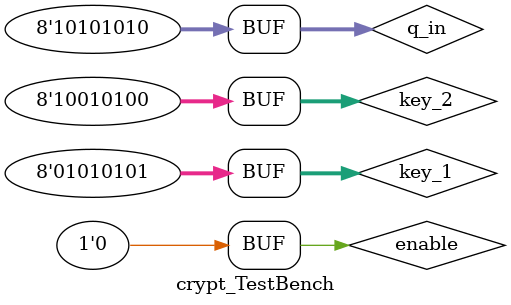
<source format=v>
module crypt_TestBench; 

//inputs
reg 	enable; 
reg		[7:0] q_in; 
reg		[7:0] key_1; 
reg		[7:0] key_2; 


//outputs
wire	[7:0] cipher; 
wire	[3:0] debug; 
 

//Instantiate the Unit Under Test(UUT)
crypt uut (
	.enable(enable),
	.q_in(q_in),
	.key_1(key_1),
	.key_2(key_2),
	.cipher(cipher),
	.debug(debug));

initial 
	begin
$display("Commencing test procedure...");

//set the inital state
enable = 0; #50; enable = 1; #50; 

//scenario 1 - KEY: 1010101010
	enable = 0; q_in = 8'b11110000; 			//test input 
	key_1 = 8'b11100100; key_2 = 8'b01010011; 
	#50; 
	if(cipher != 8'b01011001) $display("ERROR: cipher does not match in case 1!"); 
	else  $display("PASS: case 1!"); 

//clear out data
	enable = 1; #50;

//scenario 2 - KEY: 1010101010
	enable = 0; q_in = 8'b10101010; 			//test input 
	key_1 = 8'b11100100; key_2 = 8'b01010011; 
	#50; 
	if(cipher != 8'b01101011) $display("ERROR: cipher does not match in case 2!"); 
	else  $display("PASS: case 2!"); 
	
//clear out data
	enable = 1; #50;
	
//scenario 3 encrypt - KEY: 1011111101
	enable = 0; q_in = 8'b11111110; 			//test input 
	key_1 = 8'b11011111; key_2 = 8'b11111001; 
	#50; 
	if(cipher != 8'b11100110) $display("ERROR: cipher does not match in case 3!"); 
	else  $display("PASS: case 3!"); 

//clear out data
	enable = 1; #50;
	
//scenario 4 decrypt - KEY: 1011111101
	enable = 0; q_in = 8'b01111111; 			//test input 
	key_1 = 8'b11111001; key_2 = 8'b11011111; 
	#50; 
	if(cipher != 8'b00000000) $display("ERROR: cipher does not match in case 4!"); 
	else  $display("PASS: case 4!"); 
	
//clear out data
	enable = 1; #50;
	
//scenario 5 encrypt - KEY: 1111100000
	enable = 0; q_in = 8'b10011001; 			//test input 
	key_1 = 8'b10010100; key_2 = 8'b01010101; 
	#50; 
	if(cipher != 8'b00111100) $display("ERROR: cipher does not match in case 5!"); 
	else  $display("PASS: case 5!"); 
	
//clear out data
	enable = 1; #50;

//scenario 6 decrypt - KEY: 1111100000
	enable = 0; q_in = 8'b10101010; 			//test input 
	key_1 = 8'b01010101; key_2 = 8'b10010100; 
	#50; 
	if(cipher != 8'b01111010) $display("ERROR: cipher does not match in case 6!"); 
	else  $display("PASS: case 6!"); 

$display("Testing procedure completed!");
	end
endmodule 
</source>
